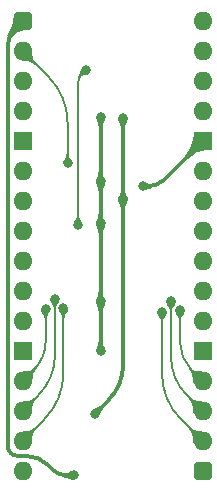
<source format=gbl>
%TF.GenerationSoftware,KiCad,Pcbnew,9.0.7-9.0.7~ubuntu24.04.1*%
%TF.CreationDate,2026-01-24T10:38:14+02:00*%
%TF.ProjectId,Main Data Buffer,4d61696e-2044-4617-9461-204275666665,V0*%
%TF.SameCoordinates,Original*%
%TF.FileFunction,Copper,L2,Bot*%
%TF.FilePolarity,Positive*%
%FSLAX46Y46*%
G04 Gerber Fmt 4.6, Leading zero omitted, Abs format (unit mm)*
G04 Created by KiCad (PCBNEW 9.0.7-9.0.7~ubuntu24.04.1) date 2026-01-24 10:38:14*
%MOMM*%
%LPD*%
G01*
G04 APERTURE LIST*
G04 Aperture macros list*
%AMRoundRect*
0 Rectangle with rounded corners*
0 $1 Rounding radius*
0 $2 $3 $4 $5 $6 $7 $8 $9 X,Y pos of 4 corners*
0 Add a 4 corners polygon primitive as box body*
4,1,4,$2,$3,$4,$5,$6,$7,$8,$9,$2,$3,0*
0 Add four circle primitives for the rounded corners*
1,1,$1+$1,$2,$3*
1,1,$1+$1,$4,$5*
1,1,$1+$1,$6,$7*
1,1,$1+$1,$8,$9*
0 Add four rect primitives between the rounded corners*
20,1,$1+$1,$2,$3,$4,$5,0*
20,1,$1+$1,$4,$5,$6,$7,0*
20,1,$1+$1,$6,$7,$8,$9,0*
20,1,$1+$1,$8,$9,$2,$3,0*%
G04 Aperture macros list end*
%TA.AperFunction,ComponentPad*%
%ADD10RoundRect,0.400000X-0.400000X-0.400000X0.400000X-0.400000X0.400000X0.400000X-0.400000X0.400000X0*%
%TD*%
%TA.AperFunction,ComponentPad*%
%ADD11O,1.600000X1.600000*%
%TD*%
%TA.AperFunction,ComponentPad*%
%ADD12R,1.600000X1.600000*%
%TD*%
%TA.AperFunction,ViaPad*%
%ADD13C,0.800000*%
%TD*%
%TA.AperFunction,Conductor*%
%ADD14C,0.380000*%
%TD*%
%TA.AperFunction,Conductor*%
%ADD15C,0.200000*%
%TD*%
G04 APERTURE END LIST*
D10*
%TO.P,J5,1*%
%TO.N,5V*%
X0Y0D03*
D11*
%TO.P,J5,2*%
%TO.N,~{Memory A}*%
X0Y-2540000D03*
%TO.P,J5,3*%
%TO.N,unconnected-(J5-Pad3)*%
X0Y-5080000D03*
%TO.P,J5,4*%
%TO.N,~{Memory B}*%
X0Y-7620000D03*
D12*
%TO.P,J5,5*%
%TO.N,GND*%
X0Y-10160000D03*
D11*
%TO.P,J5,6*%
%TO.N,unconnected-(J5-Pad6)*%
X0Y-12700000D03*
%TO.P,J5,7*%
%TO.N,DM7*%
X0Y-15240000D03*
%TO.P,J5,8*%
%TO.N,DM6*%
X0Y-17780000D03*
%TO.P,J5,9*%
%TO.N,DM5*%
X0Y-20320000D03*
%TO.P,J5,10*%
%TO.N,DM4*%
X0Y-22860000D03*
%TO.P,J5,11*%
%TO.N,DM3*%
X0Y-25400000D03*
D12*
%TO.P,J5,12*%
%TO.N,GND*%
X0Y-27940000D03*
D11*
%TO.P,J5,13*%
%TO.N,DM2*%
X0Y-30480000D03*
%TO.P,J5,14*%
%TO.N,DM1*%
X0Y-33020000D03*
%TO.P,J5,15*%
%TO.N,DM0*%
X0Y-35560000D03*
%TO.P,J5,16*%
%TO.N,unconnected-(J5-Pad16)*%
X0Y-38100000D03*
D10*
%TO.P,J5,17*%
%TO.N,5V*%
X15240000Y-38100000D03*
D11*
%TO.P,J5,18*%
%TO.N,DS0*%
X15240000Y-35560000D03*
%TO.P,J5,19*%
%TO.N,DS1*%
X15240000Y-33020000D03*
%TO.P,J5,20*%
%TO.N,DS2*%
X15240000Y-30480000D03*
D12*
%TO.P,J5,21*%
%TO.N,GND*%
X15240000Y-27940000D03*
D11*
%TO.P,J5,22*%
%TO.N,DS3*%
X15240000Y-25400000D03*
%TO.P,J5,23*%
%TO.N,DS4*%
X15240000Y-22860000D03*
%TO.P,J5,24*%
%TO.N,DS5*%
X15240000Y-20320000D03*
%TO.P,J5,25*%
%TO.N,DS6*%
X15240000Y-17780000D03*
%TO.P,J5,26*%
%TO.N,DS7*%
X15240000Y-15240000D03*
%TO.P,J5,27*%
%TO.N,unconnected-(J5-Pad27)*%
X15240000Y-12700000D03*
D12*
%TO.P,J5,28*%
%TO.N,GND*%
X15240000Y-10160000D03*
D11*
%TO.P,J5,29*%
%TO.N,unconnected-(J5-Pad29)*%
X15240000Y-7620000D03*
%TO.P,J5,30*%
%TO.N,~{Memory A\u2022B}*%
X15240000Y-5080000D03*
%TO.P,J5,31*%
%TO.N,unconnected-(J5-Pad31)*%
X15240000Y-2540000D03*
%TO.P,J5,32*%
%TO.N,~{Main RD}*%
X15240000Y0D03*
%TD*%
D13*
%TO.N,GND*%
X10160000Y-13970000D03*
%TO.N,~{Memory A}*%
X3810000Y-12065000D03*
%TO.N,~{Main RD}*%
X4699000Y-17272000D03*
X5334000Y-4191000D03*
%TO.N,DS0*%
X11811000Y-24638000D03*
%TO.N,DS1*%
X12573000Y-23749000D03*
%TO.N,DS2*%
X13335000Y-24511000D03*
%TO.N,5V*%
X4318000Y-38481000D03*
%TO.N,GND*%
X6604000Y-27940000D03*
%TO.N,DM0*%
X3457150Y-24327989D03*
%TO.N,DM1*%
X2740294Y-23560771D03*
%TO.N,DM2*%
X1957150Y-24373969D03*
%TO.N,GND*%
X6604000Y-8128000D03*
X6604000Y-13589000D03*
X6604000Y-23749000D03*
X6604000Y-17145000D03*
%TO.N,/3.3V*%
X8509000Y-8255000D03*
X8509000Y-15113000D03*
X6096000Y-33274000D03*
%TD*%
D14*
%TO.N,/3.3V*%
X8509000Y-29154751D02*
G75*
G02*
X7302502Y-32067502I-4119260J1D01*
G01*
%TO.N,5V*%
X-1016000Y-36576000D02*
G75*
G03*
X-402789Y-36830000I613214J613220D01*
G01*
X-634999Y-635000D02*
G75*
G03*
X-1270001Y-2168025I1533029J-1533030D01*
G01*
X2598987Y-38031987D02*
G75*
G03*
X3683000Y-38480999I1084013J1084017D01*
G01*
X2160321Y-37593321D02*
G75*
G03*
X317500Y-36829999I-1842821J-1842819D01*
G01*
X-1270000Y-35962789D02*
G75*
G03*
X-1016000Y-36576000I867220J3D01*
G01*
%TO.N,GND*%
X11879012Y-13520987D02*
G75*
G02*
X10795000Y-13970007I-1084012J1083987D01*
G01*
D15*
%TO.N,~{Main RD}*%
X5016500Y-4508500D02*
G75*
G03*
X4699005Y-5275012I766500J-766500D01*
G01*
%TO.N,~{Memory A}*%
X2216207Y-4756207D02*
G75*
G02*
X3810000Y-8603963I-3847761J-3847758D01*
G01*
%TO.N,DS2*%
X13335000Y-27227961D02*
G75*
G03*
X14287503Y-29527497I3252030J1D01*
G01*
%TO.N,DM2*%
X1957150Y-27138935D02*
G75*
G02*
X978575Y-29501425I-3341075J4D01*
G01*
%TO.N,DM1*%
X2740294Y-28342025D02*
G75*
G02*
X1370147Y-31649853I-4677983J3D01*
G01*
%TO.N,DS0*%
X11811000Y-29877036D02*
G75*
G03*
X13404790Y-33724794I5441550J-4D01*
G01*
%TO.N,DS1*%
X12573000Y-28467146D02*
G75*
G03*
X13906499Y-31686501I4552850J-4D01*
G01*
%TO.N,DM0*%
X3457150Y-29848886D02*
G75*
G02*
X1863357Y-33696642I-5441559J4D01*
G01*
D14*
%TO.N,GND*%
X11879012Y-13520987D02*
X15240000Y-10160000D01*
X10160000Y-13970000D02*
X10795000Y-13970000D01*
D15*
%TO.N,~{Memory A}*%
X2216207Y-4756207D02*
X0Y-2540000D01*
X3810000Y-8603963D02*
X3810000Y-12065000D01*
%TO.N,~{Main RD}*%
X4699000Y-17272000D02*
X4699000Y-5275012D01*
X5334000Y-4191000D02*
X5016500Y-4508500D01*
%TO.N,DS0*%
X11811000Y-29877036D02*
X11811000Y-24638000D01*
X13404792Y-33724792D02*
X15240000Y-35560000D01*
%TO.N,DS1*%
X13906500Y-31686500D02*
X15240000Y-33020000D01*
X12573000Y-28467146D02*
X12573000Y-23749000D01*
%TO.N,DS2*%
X13335000Y-24511000D02*
X13335000Y-27227961D01*
X14287500Y-29527500D02*
X15240000Y-30480000D01*
D14*
%TO.N,5V*%
X4318000Y-38481000D02*
X3683000Y-38481000D01*
X2598987Y-38031987D02*
X2160321Y-37593321D01*
X-402789Y-36830000D02*
X317500Y-36830000D01*
X-634999Y-635000D02*
X0Y0D01*
X-1270000Y-2168025D02*
X-1270000Y-35962789D01*
%TO.N,GND*%
X6604000Y-27940000D02*
X6604000Y-23749000D01*
D15*
%TO.N,DM0*%
X3457150Y-24327989D02*
X3457150Y-29848886D01*
X1863357Y-33696642D02*
X0Y-35560000D01*
%TO.N,DM1*%
X1370147Y-31649853D02*
X0Y-33020000D01*
%TO.N,DM2*%
X978575Y-29501425D02*
X0Y-30480000D01*
%TO.N,DM1*%
X2740294Y-23560771D02*
X2740294Y-28342025D01*
%TO.N,DM2*%
X1957150Y-27138935D02*
X1957150Y-24373969D01*
D14*
%TO.N,GND*%
X6604000Y-8128000D02*
X6604000Y-13589000D01*
X6604000Y-17145000D02*
X6604000Y-13589000D01*
X6604000Y-23749000D02*
X6604000Y-17145000D01*
%TO.N,/3.3V*%
X8509000Y-8255000D02*
X8509000Y-15113000D01*
X6096000Y-33274000D02*
X7302500Y-32067500D01*
X8509000Y-15113000D02*
X8509000Y-29154751D01*
%TD*%
%TA.AperFunction,Conductor*%
%TO.N,5V*%
G36*
X-783950Y280357D02*
G01*
X-4192Y2552D01*
X2446Y-3447D01*
X214847Y-453140D01*
X370131Y-781906D01*
X370566Y-790850D01*
X364549Y-797482D01*
X358718Y-798573D01*
X303530Y-794629D01*
X303517Y-794628D01*
X191283Y-796685D01*
X191269Y-796686D01*
X78895Y-809785D01*
X78886Y-809786D01*
X-44269Y-835836D01*
X-44290Y-835842D01*
X-165247Y-872685D01*
X-292667Y-923282D01*
X-292679Y-923288D01*
X-414484Y-983159D01*
X-414516Y-983177D01*
X-533214Y-1053143D01*
X-533227Y-1053151D01*
X-642477Y-1129184D01*
X-642489Y-1129193D01*
X-820392Y-1285995D01*
X-820393Y-1285996D01*
X-928867Y-1421626D01*
X-936709Y-1425946D01*
X-942480Y-1425127D01*
X-1273010Y-1288215D01*
X-1279342Y-1281883D01*
X-1279342Y-1272929D01*
X-1278623Y-1271485D01*
X-1195911Y-1130702D01*
X-1195907Y-1130694D01*
X-1195900Y-1130682D01*
X-1031640Y-791139D01*
X-1031627Y-791107D01*
X-905384Y-453140D01*
X-905383Y-453137D01*
X-827698Y-155914D01*
X-795089Y89813D01*
X-799573Y269043D01*
X-796354Y277400D01*
X-788170Y281032D01*
X-783950Y280357D01*
G37*
%TD.AperFunction*%
%TD*%
%TA.AperFunction,Conductor*%
%TO.N,GND*%
G36*
X14454782Y-9834734D02*
G01*
X15236214Y-10157437D01*
X15242553Y-10163762D01*
X15242562Y-10163785D01*
X15565122Y-10944870D01*
X15565113Y-10953825D01*
X15558774Y-10960150D01*
X15555033Y-10961014D01*
X15490363Y-10965029D01*
X15409458Y-10970053D01*
X15409453Y-10970053D01*
X15409449Y-10970054D01*
X15268565Y-10993202D01*
X15268555Y-10993204D01*
X15126189Y-11028204D01*
X15126181Y-11028206D01*
X14966116Y-11079935D01*
X14966105Y-11079939D01*
X14808418Y-11142683D01*
X14642557Y-11220790D01*
X14642552Y-11220793D01*
X14484994Y-11306674D01*
X14337793Y-11398158D01*
X14337774Y-11398170D01*
X14204827Y-11491999D01*
X14016890Y-11652988D01*
X14008377Y-11655767D01*
X14001005Y-11652375D01*
X13747885Y-11399254D01*
X13744458Y-11390981D01*
X13747531Y-11383077D01*
X13828932Y-11294252D01*
X13920508Y-11178427D01*
X14103591Y-10897260D01*
X14254541Y-10597959D01*
X14360663Y-10311780D01*
X14421069Y-10053797D01*
X14438660Y-9844566D01*
X14442767Y-9836612D01*
X14451298Y-9833890D01*
X14454782Y-9834734D01*
G37*
%TD.AperFunction*%
%TD*%
%TA.AperFunction,Conductor*%
%TO.N,GND*%
G36*
X10250020Y-13580824D02*
G01*
X10332736Y-13602485D01*
X10334121Y-13602943D01*
X10409076Y-13633104D01*
X10410608Y-13633854D01*
X10526476Y-13701531D01*
X10526480Y-13701537D01*
X10526482Y-13701535D01*
X10621711Y-13757249D01*
X10728161Y-13786879D01*
X10775485Y-13788487D01*
X10799145Y-13789292D01*
X10799145Y-13789291D01*
X10799147Y-13789292D01*
X10874763Y-13781543D01*
X10883341Y-13784109D01*
X10887510Y-13791352D01*
X10943498Y-14144855D01*
X10941407Y-14153562D01*
X10934465Y-14158110D01*
X10724640Y-14204451D01*
X10609015Y-14247359D01*
X10578999Y-14258498D01*
X10578989Y-14258502D01*
X10475805Y-14298860D01*
X10475030Y-14299132D01*
X10374137Y-14330634D01*
X10373300Y-14330862D01*
X10249774Y-14359584D01*
X10240939Y-14358120D01*
X10235728Y-14350838D01*
X10235655Y-14350499D01*
X10231698Y-14330862D01*
X10159477Y-13972463D01*
X10159477Y-13967851D01*
X10235590Y-13589831D01*
X10240582Y-13582400D01*
X10249368Y-13580673D01*
X10250020Y-13580824D01*
G37*
%TD.AperFunction*%
%TD*%
%TA.AperFunction,Conductor*%
%TO.N,~{Memory A}*%
G36*
X781465Y-2388047D02*
G01*
X786433Y-2395497D01*
X786514Y-2395955D01*
X823784Y-2633633D01*
X823876Y-2634382D01*
X842123Y-2834122D01*
X867250Y-3060347D01*
X867251Y-3060354D01*
X902065Y-3178073D01*
X912835Y-3214489D01*
X951743Y-3293075D01*
X951745Y-3293078D01*
X1004927Y-3375773D01*
X1061278Y-3446642D01*
X1085391Y-3476967D01*
X1085392Y-3476968D01*
X1183460Y-3581525D01*
X1186620Y-3589904D01*
X1183199Y-3597802D01*
X1057806Y-3723195D01*
X1049533Y-3726622D01*
X1041525Y-3723452D01*
X938397Y-3626635D01*
X938393Y-3626632D01*
X892238Y-3589790D01*
X838360Y-3546783D01*
X746427Y-3488007D01*
X659334Y-3446643D01*
X659331Y-3446642D01*
X573823Y-3419032D01*
X486629Y-3401516D01*
X486615Y-3401514D01*
X294154Y-3382126D01*
X148504Y-3369695D01*
X147786Y-3369611D01*
X-143923Y-3326426D01*
X-151606Y-3321824D01*
X-153784Y-3313139D01*
X-153688Y-3312581D01*
X-2228Y-2546979D01*
X2740Y-2539529D01*
X6976Y-2537772D01*
X772686Y-2386290D01*
X781465Y-2388047D01*
G37*
%TD.AperFunction*%
%TD*%
%TA.AperFunction,Conductor*%
%TO.N,~{Memory A}*%
G36*
X3907488Y-11276113D02*
G01*
X3910876Y-11283435D01*
X3920958Y-11407120D01*
X3950312Y-11506714D01*
X3950313Y-11506716D01*
X3992785Y-11584178D01*
X4043113Y-11652247D01*
X4043168Y-11652319D01*
X4081272Y-11702635D01*
X4082049Y-11703801D01*
X4151858Y-11823647D01*
X4152704Y-11825430D01*
X4179592Y-11897177D01*
X4179981Y-11898421D01*
X4199311Y-11975056D01*
X4198011Y-11983916D01*
X4190828Y-11989263D01*
X4190277Y-11989388D01*
X3812311Y-12065534D01*
X3807689Y-12065534D01*
X3429929Y-11989430D01*
X3422496Y-11984436D01*
X3420770Y-11975649D01*
X3420946Y-11974906D01*
X3441797Y-11897789D01*
X3448559Y-11872778D01*
X3449139Y-11871135D01*
X3487451Y-11784062D01*
X3488480Y-11782203D01*
X3576887Y-11652247D01*
X3576917Y-11652203D01*
X3645665Y-11554644D01*
X3691932Y-11440062D01*
X3705241Y-11364673D01*
X3709426Y-11283782D01*
X3713275Y-11275697D01*
X3721110Y-11272686D01*
X3899215Y-11272686D01*
X3907488Y-11276113D01*
G37*
%TD.AperFunction*%
%TD*%
%TA.AperFunction,Conductor*%
%TO.N,~{Main RD}*%
G36*
X4796488Y-16483113D02*
G01*
X4799876Y-16490435D01*
X4809958Y-16614120D01*
X4839312Y-16713714D01*
X4839313Y-16713716D01*
X4881785Y-16791178D01*
X4932113Y-16859247D01*
X4932168Y-16859319D01*
X4970272Y-16909635D01*
X4971049Y-16910801D01*
X5040858Y-17030647D01*
X5041704Y-17032430D01*
X5068592Y-17104177D01*
X5068981Y-17105421D01*
X5088311Y-17182056D01*
X5087011Y-17190916D01*
X5079828Y-17196263D01*
X5079277Y-17196388D01*
X4701311Y-17272534D01*
X4696689Y-17272534D01*
X4318929Y-17196430D01*
X4311496Y-17191436D01*
X4309770Y-17182649D01*
X4309946Y-17181906D01*
X4330797Y-17104789D01*
X4337559Y-17079778D01*
X4338139Y-17078135D01*
X4376451Y-16991062D01*
X4377480Y-16989203D01*
X4465887Y-16859247D01*
X4465917Y-16859203D01*
X4534665Y-16761644D01*
X4580932Y-16647062D01*
X4594241Y-16571673D01*
X4598426Y-16490782D01*
X4602275Y-16482697D01*
X4610110Y-16479686D01*
X4788215Y-16479686D01*
X4796488Y-16483113D01*
G37*
%TD.AperFunction*%
%TD*%
%TA.AperFunction,Conductor*%
%TO.N,~{Main RD}*%
G36*
X5311705Y-4185624D02*
G01*
X5329595Y-4189137D01*
X5337053Y-4194094D01*
X5337083Y-4194138D01*
X5549095Y-4512864D01*
X5550823Y-4521650D01*
X5545833Y-4529086D01*
X5544871Y-4529661D01*
X5465653Y-4572027D01*
X5463524Y-4572908D01*
X5379438Y-4598354D01*
X5377090Y-4598810D01*
X5221842Y-4612674D01*
X5221350Y-4612707D01*
X5144228Y-4616331D01*
X5144224Y-4616331D01*
X5144222Y-4616332D01*
X5110196Y-4624312D01*
X5054675Y-4637335D01*
X5054674Y-4637335D01*
X5017591Y-4658454D01*
X5017585Y-4658459D01*
X4982913Y-4689717D01*
X4964101Y-4715451D01*
X4958941Y-4722512D01*
X4948386Y-4736951D01*
X4921552Y-4791046D01*
X4914806Y-4796935D01*
X4906594Y-4796656D01*
X4742873Y-4728843D01*
X4736541Y-4722512D01*
X4736541Y-4713557D01*
X4736579Y-4713464D01*
X4806716Y-4550311D01*
X4853583Y-4440765D01*
X4897103Y-4309889D01*
X4939176Y-4124050D01*
X4944344Y-4116739D01*
X4952839Y-4115154D01*
X5311705Y-4185624D01*
G37*
%TD.AperFunction*%
%TD*%
%TA.AperFunction,Conductor*%
%TO.N,DS0*%
G36*
X12191070Y-24713569D02*
G01*
X12198503Y-24718563D01*
X12200229Y-24727350D01*
X12200053Y-24728093D01*
X12172442Y-24830213D01*
X12171857Y-24831871D01*
X12133550Y-24918930D01*
X12132515Y-24920799D01*
X12044162Y-25050679D01*
X12044052Y-25050837D01*
X11975335Y-25148353D01*
X11929068Y-25262937D01*
X11915758Y-25338332D01*
X11915757Y-25338341D01*
X11911574Y-25419218D01*
X11907725Y-25427303D01*
X11899890Y-25430314D01*
X11721785Y-25430314D01*
X11713512Y-25426887D01*
X11710124Y-25419565D01*
X11703502Y-25338332D01*
X11700042Y-25295880D01*
X11670688Y-25196287D01*
X11670686Y-25196283D01*
X11628213Y-25118821D01*
X11577886Y-25050752D01*
X11569276Y-25039383D01*
X11539724Y-25000359D01*
X11538950Y-24999197D01*
X11492195Y-24918930D01*
X11469140Y-24879350D01*
X11468295Y-24877568D01*
X11441407Y-24805822D01*
X11441018Y-24804578D01*
X11421688Y-24727939D01*
X11422988Y-24719083D01*
X11430171Y-24713736D01*
X11430713Y-24713612D01*
X11808692Y-24637465D01*
X11813308Y-24637465D01*
X12191070Y-24713569D01*
G37*
%TD.AperFunction*%
%TD*%
%TA.AperFunction,Conductor*%
%TO.N,DS0*%
G36*
X14198474Y-34376547D02*
G01*
X14301601Y-34473364D01*
X14301604Y-34473366D01*
X14301606Y-34473368D01*
X14401640Y-34553216D01*
X14493572Y-34611992D01*
X14580664Y-34653356D01*
X14639579Y-34672378D01*
X14666175Y-34680966D01*
X14666177Y-34680966D01*
X14666179Y-34680967D01*
X14753377Y-34698485D01*
X14945873Y-34717876D01*
X15091514Y-34730305D01*
X15092193Y-34730384D01*
X15383923Y-34773573D01*
X15391606Y-34778175D01*
X15393784Y-34786860D01*
X15393688Y-34787418D01*
X15242227Y-35553020D01*
X15237259Y-35560470D01*
X15233020Y-35562227D01*
X14467315Y-35713709D01*
X14458534Y-35711952D01*
X14453566Y-35704502D01*
X14453492Y-35704088D01*
X14416213Y-35466351D01*
X14416123Y-35465616D01*
X14397876Y-35265876D01*
X14397876Y-35265873D01*
X14372748Y-35039645D01*
X14327165Y-34885514D01*
X14288254Y-34806921D01*
X14235073Y-34724227D01*
X14154608Y-34623032D01*
X14056538Y-34518473D01*
X14053379Y-34510095D01*
X14056799Y-34502198D01*
X14182194Y-34376803D01*
X14190466Y-34373377D01*
X14198474Y-34376547D01*
G37*
%TD.AperFunction*%
%TD*%
%TA.AperFunction,Conductor*%
%TO.N,DS1*%
G36*
X14198474Y-31836547D02*
G01*
X14301601Y-31933364D01*
X14301604Y-31933366D01*
X14301606Y-31933368D01*
X14401640Y-32013216D01*
X14493572Y-32071992D01*
X14580664Y-32113356D01*
X14639579Y-32132378D01*
X14666175Y-32140966D01*
X14666177Y-32140966D01*
X14666179Y-32140967D01*
X14753377Y-32158485D01*
X14945873Y-32177876D01*
X15091514Y-32190305D01*
X15092193Y-32190384D01*
X15383923Y-32233573D01*
X15391606Y-32238175D01*
X15393784Y-32246860D01*
X15393688Y-32247418D01*
X15242227Y-33013020D01*
X15237259Y-33020470D01*
X15233020Y-33022227D01*
X14467315Y-33173709D01*
X14458534Y-33171952D01*
X14453566Y-33164502D01*
X14453492Y-33164088D01*
X14416213Y-32926351D01*
X14416123Y-32925616D01*
X14397876Y-32725876D01*
X14397876Y-32725873D01*
X14372748Y-32499645D01*
X14327165Y-32345514D01*
X14288254Y-32266921D01*
X14235073Y-32184227D01*
X14154608Y-32083032D01*
X14056538Y-31978473D01*
X14053379Y-31970095D01*
X14056799Y-31962198D01*
X14182194Y-31836803D01*
X14190466Y-31833377D01*
X14198474Y-31836547D01*
G37*
%TD.AperFunction*%
%TD*%
%TA.AperFunction,Conductor*%
%TO.N,DS1*%
G36*
X12953070Y-23824569D02*
G01*
X12960503Y-23829563D01*
X12962229Y-23838350D01*
X12962053Y-23839093D01*
X12934442Y-23941213D01*
X12933857Y-23942871D01*
X12895550Y-24029930D01*
X12894515Y-24031799D01*
X12806162Y-24161679D01*
X12806052Y-24161837D01*
X12737335Y-24259353D01*
X12691068Y-24373937D01*
X12677758Y-24449332D01*
X12677757Y-24449341D01*
X12673574Y-24530218D01*
X12669725Y-24538303D01*
X12661890Y-24541314D01*
X12483785Y-24541314D01*
X12475512Y-24537887D01*
X12472124Y-24530565D01*
X12465502Y-24449332D01*
X12462042Y-24406880D01*
X12432688Y-24307287D01*
X12432686Y-24307283D01*
X12390213Y-24229821D01*
X12339886Y-24161752D01*
X12331276Y-24150383D01*
X12301724Y-24111359D01*
X12300950Y-24110197D01*
X12254195Y-24029930D01*
X12231140Y-23990350D01*
X12230295Y-23988568D01*
X12203407Y-23916822D01*
X12203018Y-23915578D01*
X12183688Y-23838939D01*
X12184988Y-23830083D01*
X12192171Y-23824736D01*
X12192713Y-23824612D01*
X12570692Y-23748465D01*
X12575308Y-23748465D01*
X12953070Y-23824569D01*
G37*
%TD.AperFunction*%
%TD*%
%TA.AperFunction,Conductor*%
%TO.N,DS2*%
G36*
X13715070Y-24586569D02*
G01*
X13722503Y-24591563D01*
X13724229Y-24600350D01*
X13724053Y-24601093D01*
X13696442Y-24703213D01*
X13695857Y-24704871D01*
X13657550Y-24791930D01*
X13656515Y-24793799D01*
X13568162Y-24923679D01*
X13568052Y-24923837D01*
X13499335Y-25021353D01*
X13453068Y-25135937D01*
X13439758Y-25211332D01*
X13439757Y-25211341D01*
X13435574Y-25292218D01*
X13431725Y-25300303D01*
X13423890Y-25303314D01*
X13245785Y-25303314D01*
X13237512Y-25299887D01*
X13234124Y-25292565D01*
X13227502Y-25211332D01*
X13224042Y-25168880D01*
X13194688Y-25069287D01*
X13194686Y-25069283D01*
X13152213Y-24991821D01*
X13101886Y-24923752D01*
X13093276Y-24912383D01*
X13063724Y-24873359D01*
X13062950Y-24872197D01*
X13016195Y-24791930D01*
X12993140Y-24752350D01*
X12992295Y-24750568D01*
X12965407Y-24678822D01*
X12965018Y-24677578D01*
X12945688Y-24600939D01*
X12946988Y-24592083D01*
X12954171Y-24586736D01*
X12954713Y-24586612D01*
X13332692Y-24510465D01*
X13337308Y-24510465D01*
X13715070Y-24586569D01*
G37*
%TD.AperFunction*%
%TD*%
%TA.AperFunction,Conductor*%
%TO.N,DS2*%
G36*
X14245681Y-29342873D02*
G01*
X14329578Y-29439278D01*
X14414834Y-29518180D01*
X14496214Y-29574841D01*
X14575843Y-29612976D01*
X14655841Y-29636303D01*
X14738333Y-29648536D01*
X14919288Y-29654587D01*
X15140177Y-29661189D01*
X15141344Y-29661284D01*
X15383728Y-29693720D01*
X15391473Y-29698214D01*
X15393773Y-29706869D01*
X15393653Y-29707589D01*
X15242144Y-30473094D01*
X15237176Y-30480544D01*
X15232937Y-30482300D01*
X14467212Y-30633730D01*
X14458431Y-30631973D01*
X14453464Y-30624522D01*
X14453405Y-30624199D01*
X14416080Y-30398863D01*
X14415999Y-30398272D01*
X14394869Y-30211154D01*
X14394869Y-30211152D01*
X14378493Y-30066669D01*
X14340195Y-29892134D01*
X14307145Y-29806197D01*
X14260205Y-29714240D01*
X14184900Y-29596159D01*
X14088786Y-29468204D01*
X14086557Y-29459531D01*
X14090845Y-29452031D01*
X14229562Y-29341406D01*
X14238165Y-29338928D01*
X14245681Y-29342873D01*
G37*
%TD.AperFunction*%
%TD*%
%TA.AperFunction,Conductor*%
%TO.N,5V*%
G36*
X4236510Y-38093341D02*
G01*
X4242228Y-38100232D01*
X4242520Y-38101380D01*
X4318522Y-38478847D01*
X4318521Y-38483467D01*
X4242395Y-38861248D01*
X4237402Y-38868681D01*
X4228615Y-38870406D01*
X4228037Y-38870275D01*
X4036332Y-38821428D01*
X4035072Y-38821030D01*
X3898985Y-38769420D01*
X3898985Y-38769418D01*
X3898981Y-38769418D01*
X3771778Y-38721130D01*
X3771750Y-38721121D01*
X3669433Y-38692848D01*
X3648114Y-38688751D01*
X3543908Y-38668725D01*
X3536430Y-38663798D01*
X3534560Y-38655405D01*
X3590552Y-38301881D01*
X3595231Y-38294246D01*
X3602947Y-38292041D01*
X3716457Y-38300226D01*
X3809424Y-38285776D01*
X3883626Y-38254370D01*
X3951413Y-38212542D01*
X3951689Y-38212378D01*
X4084273Y-38137114D01*
X4086572Y-38136120D01*
X4227594Y-38092511D01*
X4236510Y-38093341D01*
G37*
%TD.AperFunction*%
%TD*%
%TA.AperFunction,Conductor*%
%TO.N,GND*%
G36*
X6983961Y-23824547D02*
G01*
X6991394Y-23829541D01*
X6993120Y-23838328D01*
X6992917Y-23839170D01*
X6943264Y-24016578D01*
X6942671Y-24018215D01*
X6885056Y-24146602D01*
X6884931Y-24146872D01*
X6856519Y-24206111D01*
X6856512Y-24206129D01*
X6811821Y-24340380D01*
X6798727Y-24429146D01*
X6794472Y-24530107D01*
X6790699Y-24538228D01*
X6782782Y-24541314D01*
X6425091Y-24541314D01*
X6416818Y-24537887D01*
X6413408Y-24530238D01*
X6406716Y-24404998D01*
X6386994Y-24302629D01*
X6358027Y-24220961D01*
X6323038Y-24146811D01*
X6322973Y-24146670D01*
X6322942Y-24146602D01*
X6267564Y-24024057D01*
X6266968Y-24022424D01*
X6215126Y-23839195D01*
X6216171Y-23830302D01*
X6223199Y-23824752D01*
X6224060Y-23824542D01*
X6601692Y-23748465D01*
X6606308Y-23748465D01*
X6983961Y-23824547D01*
G37*
%TD.AperFunction*%
%TD*%
%TA.AperFunction,Conductor*%
%TO.N,GND*%
G36*
X6791182Y-27151113D02*
G01*
X6794592Y-27158762D01*
X6801283Y-27284001D01*
X6812481Y-27342121D01*
X6821006Y-27386371D01*
X6821007Y-27386373D01*
X6849973Y-27468038D01*
X6849973Y-27468040D01*
X6884945Y-27542153D01*
X6885026Y-27542328D01*
X6940434Y-27664941D01*
X6941030Y-27666574D01*
X6992873Y-27849804D01*
X6991828Y-27858697D01*
X6984800Y-27864247D01*
X6983926Y-27864459D01*
X6606311Y-27940534D01*
X6601689Y-27940534D01*
X6224038Y-27864452D01*
X6216605Y-27859458D01*
X6214879Y-27850671D01*
X6215082Y-27849829D01*
X6264735Y-27672419D01*
X6265325Y-27670788D01*
X6322974Y-27542328D01*
X6323041Y-27542182D01*
X6351485Y-27482876D01*
X6396179Y-27348614D01*
X6409272Y-27259856D01*
X6413528Y-27158893D01*
X6417301Y-27150772D01*
X6425218Y-27147686D01*
X6782909Y-27147686D01*
X6791182Y-27151113D01*
G37*
%TD.AperFunction*%
%TD*%
%TA.AperFunction,Conductor*%
%TO.N,DM0*%
G36*
X3837220Y-24403558D02*
G01*
X3844653Y-24408552D01*
X3846379Y-24417339D01*
X3846203Y-24418082D01*
X3818592Y-24520202D01*
X3818007Y-24521860D01*
X3779700Y-24608919D01*
X3778665Y-24610788D01*
X3690312Y-24740668D01*
X3690202Y-24740826D01*
X3621485Y-24838342D01*
X3575218Y-24952926D01*
X3561908Y-25028321D01*
X3561907Y-25028330D01*
X3557724Y-25109207D01*
X3553875Y-25117292D01*
X3546040Y-25120303D01*
X3367935Y-25120303D01*
X3359662Y-25116876D01*
X3356274Y-25109554D01*
X3349652Y-25028321D01*
X3346192Y-24985869D01*
X3316838Y-24886276D01*
X3316836Y-24886272D01*
X3274363Y-24808810D01*
X3224036Y-24740741D01*
X3215426Y-24729372D01*
X3185874Y-24690348D01*
X3185100Y-24689186D01*
X3138345Y-24608919D01*
X3115290Y-24569339D01*
X3114445Y-24567557D01*
X3087557Y-24495811D01*
X3087168Y-24494567D01*
X3067838Y-24417928D01*
X3069138Y-24409072D01*
X3076321Y-24403725D01*
X3076863Y-24403601D01*
X3454842Y-24327454D01*
X3459458Y-24327454D01*
X3837220Y-24403558D01*
G37*
%TD.AperFunction*%
%TD*%
%TA.AperFunction,Conductor*%
%TO.N,DM0*%
G36*
X1057802Y-34376800D02*
G01*
X1183194Y-34502193D01*
X1186621Y-34510466D01*
X1183451Y-34518474D01*
X1086634Y-34621601D01*
X1086631Y-34621605D01*
X1006783Y-34721640D01*
X1006773Y-34721654D01*
X948009Y-34813565D01*
X948007Y-34813569D01*
X906642Y-34900664D01*
X906641Y-34900666D01*
X879031Y-34986175D01*
X861515Y-35073369D01*
X861513Y-35073383D01*
X842125Y-35265844D01*
X829695Y-35411496D01*
X829611Y-35412214D01*
X786426Y-35703923D01*
X781824Y-35711606D01*
X773139Y-35713784D01*
X772581Y-35713688D01*
X6979Y-35562227D01*
X-471Y-35557259D01*
X-2228Y-35553020D01*
X-30156Y-35411852D01*
X-153709Y-34787315D01*
X-151952Y-34778534D01*
X-144502Y-34773566D01*
X-144088Y-34773492D01*
X93650Y-34736212D01*
X94364Y-34736125D01*
X294127Y-34717876D01*
X520354Y-34692748D01*
X674485Y-34647165D01*
X753078Y-34608254D01*
X835773Y-34555073D01*
X936967Y-34474608D01*
X1041526Y-34376538D01*
X1049904Y-34373379D01*
X1057802Y-34376800D01*
G37*
%TD.AperFunction*%
%TD*%
%TA.AperFunction,Conductor*%
%TO.N,DM1*%
G36*
X1057802Y-31836800D02*
G01*
X1183195Y-31962193D01*
X1186622Y-31970466D01*
X1183452Y-31978474D01*
X1086635Y-32081602D01*
X1086632Y-32081606D01*
X1006783Y-32181640D01*
X1006782Y-32181641D01*
X948006Y-32273573D01*
X906643Y-32360665D01*
X906642Y-32360667D01*
X879032Y-32446176D01*
X861516Y-32533369D01*
X861514Y-32533383D01*
X842126Y-32725845D01*
X829695Y-32871495D01*
X829611Y-32872213D01*
X786426Y-33163923D01*
X781824Y-33171606D01*
X773139Y-33173784D01*
X772581Y-33173688D01*
X6979Y-33022227D01*
X-471Y-33017259D01*
X-2228Y-33013020D01*
X-153709Y-32247315D01*
X-151952Y-32238534D01*
X-144502Y-32233566D01*
X-144088Y-32233492D01*
X93650Y-32196212D01*
X94364Y-32196125D01*
X294127Y-32177876D01*
X520354Y-32152748D01*
X674485Y-32107165D01*
X753078Y-32068254D01*
X835773Y-32015073D01*
X936967Y-31934608D01*
X1041526Y-31836538D01*
X1049904Y-31833379D01*
X1057802Y-31836800D01*
G37*
%TD.AperFunction*%
%TD*%
%TA.AperFunction,Conductor*%
%TO.N,DM2*%
G36*
X1039974Y-29311728D02*
G01*
X1157423Y-29405389D01*
X1178822Y-29422454D01*
X1183153Y-29430291D01*
X1181023Y-29438435D01*
X1018199Y-29664676D01*
X963065Y-29762508D01*
X923117Y-29852801D01*
X923116Y-29852805D01*
X875352Y-30027594D01*
X847958Y-30222928D01*
X840225Y-30286262D01*
X840166Y-30286681D01*
X786535Y-30624074D01*
X781852Y-30631706D01*
X773143Y-30633792D01*
X772710Y-30633715D01*
X7062Y-30482300D01*
X-389Y-30477333D01*
X-2143Y-30473096D01*
X-90318Y-30027594D01*
X-153665Y-29707530D01*
X-151910Y-29698749D01*
X-144460Y-29693781D01*
X-143825Y-29693674D01*
X107093Y-29658886D01*
X108155Y-29658789D01*
X321170Y-29648915D01*
X425022Y-29645404D01*
X590379Y-29625846D01*
X725268Y-29578267D01*
X793469Y-29537921D01*
X863517Y-29483778D01*
X944564Y-29405389D01*
X1023813Y-29313245D01*
X1031803Y-29309209D01*
X1039974Y-29311728D01*
G37*
%TD.AperFunction*%
%TD*%
%TA.AperFunction,Conductor*%
%TO.N,DM1*%
G36*
X3120364Y-23636340D02*
G01*
X3127797Y-23641334D01*
X3129523Y-23650121D01*
X3129347Y-23650864D01*
X3101736Y-23752984D01*
X3101151Y-23754642D01*
X3062844Y-23841701D01*
X3061809Y-23843570D01*
X2997489Y-23938121D01*
X2996088Y-23939813D01*
X2976630Y-23959271D01*
X2945974Y-24012368D01*
X2945406Y-24013257D01*
X2904629Y-24071124D01*
X2858362Y-24185708D01*
X2845052Y-24261103D01*
X2845051Y-24261112D01*
X2840868Y-24341989D01*
X2837019Y-24350074D01*
X2829184Y-24353085D01*
X2651079Y-24353085D01*
X2642806Y-24349658D01*
X2639418Y-24342336D01*
X2632796Y-24261103D01*
X2629336Y-24218651D01*
X2599982Y-24119058D01*
X2599980Y-24119054D01*
X2557507Y-24041592D01*
X2507180Y-23973523D01*
X2496387Y-23959271D01*
X2469018Y-23923130D01*
X2468244Y-23921968D01*
X2421489Y-23841701D01*
X2398434Y-23802121D01*
X2397589Y-23800339D01*
X2370701Y-23728593D01*
X2370312Y-23727349D01*
X2350982Y-23650710D01*
X2352282Y-23641854D01*
X2359465Y-23636507D01*
X2360007Y-23636383D01*
X2737986Y-23560236D01*
X2742602Y-23560236D01*
X3120364Y-23636340D01*
G37*
%TD.AperFunction*%
%TD*%
%TA.AperFunction,Conductor*%
%TO.N,DM2*%
G36*
X2337220Y-24449538D02*
G01*
X2344653Y-24454532D01*
X2346379Y-24463319D01*
X2346203Y-24464062D01*
X2318592Y-24566182D01*
X2318007Y-24567840D01*
X2279700Y-24654899D01*
X2278665Y-24656768D01*
X2190312Y-24786648D01*
X2190202Y-24786806D01*
X2121485Y-24884322D01*
X2075218Y-24998906D01*
X2061908Y-25074301D01*
X2061907Y-25074310D01*
X2057724Y-25155187D01*
X2053875Y-25163272D01*
X2046040Y-25166283D01*
X1867935Y-25166283D01*
X1859662Y-25162856D01*
X1856274Y-25155534D01*
X1849652Y-25074301D01*
X1846192Y-25031849D01*
X1816838Y-24932256D01*
X1816836Y-24932252D01*
X1774363Y-24854790D01*
X1724036Y-24786721D01*
X1715426Y-24775352D01*
X1685874Y-24736328D01*
X1685100Y-24735166D01*
X1638345Y-24654899D01*
X1615290Y-24615319D01*
X1614445Y-24613537D01*
X1587557Y-24541791D01*
X1587168Y-24540547D01*
X1567838Y-24463908D01*
X1569138Y-24455052D01*
X1576321Y-24449705D01*
X1576863Y-24449581D01*
X1954842Y-24373434D01*
X1959458Y-24373434D01*
X2337220Y-24449538D01*
G37*
%TD.AperFunction*%
%TD*%
%TA.AperFunction,Conductor*%
%TO.N,GND*%
G36*
X6791182Y-12800113D02*
G01*
X6794592Y-12807762D01*
X6801283Y-12933001D01*
X6812481Y-12991121D01*
X6821006Y-13035371D01*
X6821007Y-13035373D01*
X6849973Y-13117038D01*
X6849973Y-13117040D01*
X6884945Y-13191153D01*
X6885026Y-13191328D01*
X6940434Y-13313941D01*
X6941030Y-13315574D01*
X6992873Y-13498804D01*
X6991828Y-13507697D01*
X6984800Y-13513247D01*
X6983926Y-13513459D01*
X6606311Y-13589534D01*
X6601689Y-13589534D01*
X6224038Y-13513452D01*
X6216605Y-13508458D01*
X6214879Y-13499671D01*
X6215082Y-13498829D01*
X6264735Y-13321419D01*
X6265325Y-13319788D01*
X6322974Y-13191328D01*
X6323041Y-13191182D01*
X6351485Y-13131876D01*
X6396179Y-12997614D01*
X6409272Y-12908856D01*
X6413528Y-12807893D01*
X6417301Y-12799772D01*
X6425218Y-12796686D01*
X6782909Y-12796686D01*
X6791182Y-12800113D01*
G37*
%TD.AperFunction*%
%TD*%
%TA.AperFunction,Conductor*%
%TO.N,GND*%
G36*
X6983961Y-8203547D02*
G01*
X6991394Y-8208541D01*
X6993120Y-8217328D01*
X6992917Y-8218170D01*
X6943264Y-8395578D01*
X6942671Y-8397215D01*
X6885056Y-8525602D01*
X6884931Y-8525872D01*
X6856519Y-8585111D01*
X6856512Y-8585129D01*
X6811821Y-8719380D01*
X6798727Y-8808146D01*
X6794472Y-8909107D01*
X6790699Y-8917228D01*
X6782782Y-8920314D01*
X6425091Y-8920314D01*
X6416818Y-8916887D01*
X6413408Y-8909238D01*
X6406716Y-8783998D01*
X6386994Y-8681629D01*
X6358027Y-8599961D01*
X6323038Y-8525811D01*
X6322973Y-8525670D01*
X6322942Y-8525602D01*
X6267564Y-8403057D01*
X6266968Y-8401424D01*
X6215126Y-8218195D01*
X6216171Y-8209302D01*
X6223199Y-8203752D01*
X6224060Y-8203542D01*
X6601692Y-8127465D01*
X6606308Y-8127465D01*
X6983961Y-8203547D01*
G37*
%TD.AperFunction*%
%TD*%
%TA.AperFunction,Conductor*%
%TO.N,GND*%
G36*
X6983961Y-13664547D02*
G01*
X6991394Y-13669541D01*
X6993120Y-13678328D01*
X6992917Y-13679170D01*
X6943264Y-13856578D01*
X6942671Y-13858215D01*
X6885056Y-13986602D01*
X6884931Y-13986872D01*
X6856519Y-14046111D01*
X6856512Y-14046129D01*
X6811821Y-14180380D01*
X6798727Y-14269146D01*
X6794472Y-14370107D01*
X6790699Y-14378228D01*
X6782782Y-14381314D01*
X6425091Y-14381314D01*
X6416818Y-14377887D01*
X6413408Y-14370238D01*
X6406716Y-14244998D01*
X6386994Y-14142629D01*
X6358027Y-14060961D01*
X6323038Y-13986811D01*
X6322973Y-13986670D01*
X6322942Y-13986602D01*
X6267564Y-13864057D01*
X6266968Y-13862424D01*
X6215126Y-13679195D01*
X6216171Y-13670302D01*
X6223199Y-13664752D01*
X6224060Y-13664542D01*
X6601692Y-13588465D01*
X6606308Y-13588465D01*
X6983961Y-13664547D01*
G37*
%TD.AperFunction*%
%TD*%
%TA.AperFunction,Conductor*%
%TO.N,GND*%
G36*
X6791182Y-16356113D02*
G01*
X6794592Y-16363762D01*
X6801283Y-16489001D01*
X6812481Y-16547121D01*
X6821006Y-16591371D01*
X6821007Y-16591373D01*
X6849973Y-16673038D01*
X6849973Y-16673040D01*
X6884945Y-16747153D01*
X6885026Y-16747328D01*
X6940434Y-16869941D01*
X6941030Y-16871574D01*
X6992873Y-17054804D01*
X6991828Y-17063697D01*
X6984800Y-17069247D01*
X6983926Y-17069459D01*
X6606311Y-17145534D01*
X6601689Y-17145534D01*
X6224038Y-17069452D01*
X6216605Y-17064458D01*
X6214879Y-17055671D01*
X6215082Y-17054829D01*
X6264735Y-16877419D01*
X6265325Y-16875788D01*
X6322974Y-16747328D01*
X6323041Y-16747182D01*
X6351485Y-16687876D01*
X6396179Y-16553614D01*
X6409272Y-16464856D01*
X6413528Y-16363893D01*
X6417301Y-16355772D01*
X6425218Y-16352686D01*
X6782909Y-16352686D01*
X6791182Y-16356113D01*
G37*
%TD.AperFunction*%
%TD*%
%TA.AperFunction,Conductor*%
%TO.N,GND*%
G36*
X6791182Y-22960113D02*
G01*
X6794592Y-22967762D01*
X6801283Y-23093001D01*
X6812481Y-23151121D01*
X6821006Y-23195371D01*
X6821007Y-23195373D01*
X6849973Y-23277038D01*
X6849973Y-23277040D01*
X6884945Y-23351153D01*
X6885026Y-23351328D01*
X6940434Y-23473941D01*
X6941030Y-23475574D01*
X6992873Y-23658804D01*
X6991828Y-23667697D01*
X6984800Y-23673247D01*
X6983926Y-23673459D01*
X6606311Y-23749534D01*
X6601689Y-23749534D01*
X6224038Y-23673452D01*
X6216605Y-23668458D01*
X6214879Y-23659671D01*
X6215082Y-23658829D01*
X6264735Y-23481419D01*
X6265325Y-23479788D01*
X6322974Y-23351328D01*
X6323041Y-23351182D01*
X6351485Y-23291876D01*
X6396179Y-23157614D01*
X6409272Y-23068856D01*
X6413528Y-22967893D01*
X6417301Y-22959772D01*
X6425218Y-22956686D01*
X6782909Y-22956686D01*
X6791182Y-22960113D01*
G37*
%TD.AperFunction*%
%TD*%
%TA.AperFunction,Conductor*%
%TO.N,GND*%
G36*
X6983961Y-17220547D02*
G01*
X6991394Y-17225541D01*
X6993120Y-17234328D01*
X6992917Y-17235170D01*
X6943264Y-17412578D01*
X6942671Y-17414215D01*
X6885056Y-17542602D01*
X6884931Y-17542872D01*
X6856519Y-17602111D01*
X6856512Y-17602129D01*
X6811821Y-17736380D01*
X6798727Y-17825146D01*
X6794472Y-17926107D01*
X6790699Y-17934228D01*
X6782782Y-17937314D01*
X6425091Y-17937314D01*
X6416818Y-17933887D01*
X6413408Y-17926238D01*
X6406716Y-17800998D01*
X6386994Y-17698629D01*
X6358027Y-17616961D01*
X6323038Y-17542811D01*
X6322973Y-17542670D01*
X6322942Y-17542602D01*
X6267564Y-17420057D01*
X6266968Y-17418424D01*
X6215126Y-17235195D01*
X6216171Y-17226302D01*
X6223199Y-17220752D01*
X6224060Y-17220542D01*
X6601692Y-17144465D01*
X6606308Y-17144465D01*
X6983961Y-17220547D01*
G37*
%TD.AperFunction*%
%TD*%
%TA.AperFunction,Conductor*%
%TO.N,/3.3V*%
G36*
X8696182Y-14324113D02*
G01*
X8699592Y-14331762D01*
X8706283Y-14457001D01*
X8717481Y-14515121D01*
X8726006Y-14559371D01*
X8726007Y-14559373D01*
X8754973Y-14641038D01*
X8754973Y-14641040D01*
X8789945Y-14715153D01*
X8790026Y-14715328D01*
X8845434Y-14837941D01*
X8846030Y-14839574D01*
X8897873Y-15022804D01*
X8896828Y-15031697D01*
X8889800Y-15037247D01*
X8888926Y-15037459D01*
X8511311Y-15113534D01*
X8506689Y-15113534D01*
X8129038Y-15037452D01*
X8121605Y-15032458D01*
X8119879Y-15023671D01*
X8120082Y-15022829D01*
X8169735Y-14845419D01*
X8170325Y-14843788D01*
X8227974Y-14715328D01*
X8228041Y-14715182D01*
X8256485Y-14655876D01*
X8301179Y-14521614D01*
X8314272Y-14432856D01*
X8318528Y-14331893D01*
X8322301Y-14323772D01*
X8330218Y-14320686D01*
X8687909Y-14320686D01*
X8696182Y-14324113D01*
G37*
%TD.AperFunction*%
%TD*%
%TA.AperFunction,Conductor*%
%TO.N,/3.3V*%
G36*
X8888961Y-8330547D02*
G01*
X8896394Y-8335541D01*
X8898120Y-8344328D01*
X8897917Y-8345170D01*
X8848264Y-8522578D01*
X8847671Y-8524215D01*
X8790056Y-8652602D01*
X8789931Y-8652872D01*
X8761519Y-8712111D01*
X8761512Y-8712129D01*
X8716821Y-8846380D01*
X8703727Y-8935146D01*
X8699472Y-9036107D01*
X8695699Y-9044228D01*
X8687782Y-9047314D01*
X8330091Y-9047314D01*
X8321818Y-9043887D01*
X8318408Y-9036238D01*
X8311716Y-8910998D01*
X8291994Y-8808629D01*
X8263027Y-8726961D01*
X8228038Y-8652811D01*
X8227973Y-8652670D01*
X8227942Y-8652602D01*
X8172564Y-8530057D01*
X8171968Y-8528424D01*
X8120126Y-8345195D01*
X8121171Y-8336302D01*
X8128199Y-8330752D01*
X8129060Y-8330542D01*
X8506692Y-8254465D01*
X8511308Y-8254465D01*
X8888961Y-8330547D01*
G37*
%TD.AperFunction*%
%TD*%
%TA.AperFunction,Conductor*%
%TO.N,/3.3V*%
G36*
X6529831Y-32587330D02*
G01*
X6782757Y-32840256D01*
X6786184Y-32848529D01*
X6783187Y-32856349D01*
X6699362Y-32949637D01*
X6640923Y-33035966D01*
X6603652Y-33114209D01*
X6575966Y-33191368D01*
X6575900Y-33191548D01*
X6528391Y-33317397D01*
X6527658Y-33318973D01*
X6434753Y-33485197D01*
X6427725Y-33490747D01*
X6418832Y-33489702D01*
X6418064Y-33489233D01*
X6097256Y-33276011D01*
X6093988Y-33272743D01*
X5988615Y-33114202D01*
X5880745Y-32951904D01*
X5879020Y-32943119D01*
X5884014Y-32935686D01*
X5884741Y-32935239D01*
X6045316Y-32844892D01*
X6046880Y-32844160D01*
X6178450Y-32794099D01*
X6178679Y-32794015D01*
X6240679Y-32772210D01*
X6367220Y-32708875D01*
X6439240Y-32655372D01*
X6513642Y-32586988D01*
X6522051Y-32583913D01*
X6529831Y-32587330D01*
G37*
%TD.AperFunction*%
%TD*%
%TA.AperFunction,Conductor*%
%TO.N,/3.3V*%
G36*
X8888961Y-15188547D02*
G01*
X8896394Y-15193541D01*
X8898120Y-15202328D01*
X8897917Y-15203170D01*
X8848264Y-15380578D01*
X8847671Y-15382215D01*
X8790056Y-15510602D01*
X8789931Y-15510872D01*
X8761519Y-15570111D01*
X8761512Y-15570129D01*
X8716821Y-15704380D01*
X8703727Y-15793146D01*
X8699472Y-15894107D01*
X8695699Y-15902228D01*
X8687782Y-15905314D01*
X8330091Y-15905314D01*
X8321818Y-15901887D01*
X8318408Y-15894238D01*
X8311716Y-15768998D01*
X8291994Y-15666629D01*
X8263027Y-15584961D01*
X8228038Y-15510811D01*
X8227973Y-15510670D01*
X8227942Y-15510602D01*
X8172564Y-15388057D01*
X8171968Y-15386424D01*
X8120126Y-15203195D01*
X8121171Y-15194302D01*
X8128199Y-15188752D01*
X8129060Y-15188542D01*
X8506692Y-15112465D01*
X8511308Y-15112465D01*
X8888961Y-15188547D01*
G37*
%TD.AperFunction*%
%TD*%
M02*

</source>
